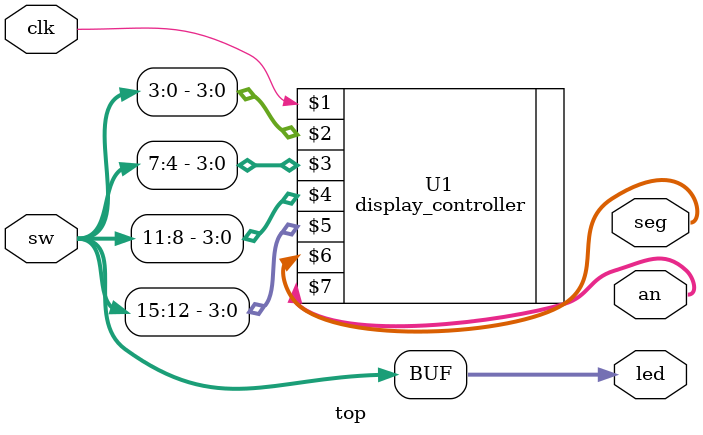
<source format=v>
`timescale 1ns / 1ps


module top(
    input clk,         // 100 MHz clock
    input [15:0] sw,   // switches
    output [15:0] led, // LEDs
    output [6:0] seg,  // 7-segment displays
    output [3:0] an    // anodes (active low enables for each 7-segment digit)
    );

    assign led = sw;    // connect switches to LEDs
    
    display_controller U1 (clk,sw[3:0],sw[7:4],sw[11:8],sw[15:12],seg,an);
    
endmodule


</source>
